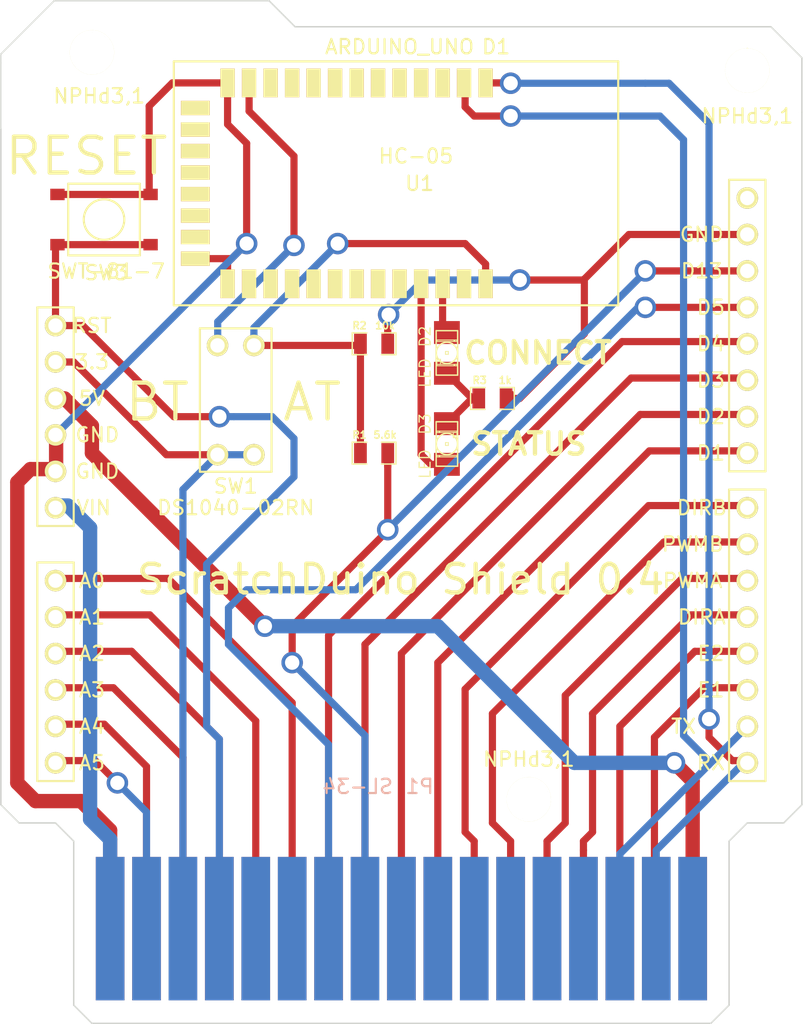
<source format=kicad_pcb>
(kicad_pcb (version 3) (host pcbnew "(2013-may-18)-stable")

  (general
    (links 49)
    (no_connects 1)
    (area 118.555299 76.111899 174.905888 147.496001)
    (thickness 1.6)
    (drawings 30)
    (tracks 222)
    (zones 0)
    (modules 13)
    (nets 31)
  )

  (page A3)
  (layers
    (15 F.Cu signal)
    (0 B.Cu signal)
    (16 B.Adhes user hide)
    (17 F.Adhes user hide)
    (18 B.Paste user hide)
    (19 F.Paste user hide)
    (20 B.SilkS user)
    (21 F.SilkS user)
    (22 B.Mask user)
    (23 F.Mask user)
    (24 Dwgs.User user hide)
    (25 Cmts.User user hide)
    (26 Eco1.User user hide)
    (27 Eco2.User user hide)
    (28 Edge.Cuts user)
  )

  (setup
    (last_trace_width 0.5)
    (user_trace_width 1)
    (trace_clearance 0.254)
    (zone_clearance 0.508)
    (zone_45_only no)
    (trace_min 0.254)
    (segment_width 0.2)
    (edge_width 0.1)
    (via_size 1.5)
    (via_drill 1)
    (via_min_size 0.889)
    (via_min_drill 0.508)
    (uvia_size 0.508)
    (uvia_drill 0.127)
    (uvias_allowed no)
    (uvia_min_size 0.508)
    (uvia_min_drill 0.127)
    (pcb_text_width 0.3)
    (pcb_text_size 1.5 1.5)
    (mod_edge_width 0.15)
    (mod_text_size 1 1)
    (mod_text_width 0.15)
    (pad_size 1.5 1.5)
    (pad_drill 1)
    (pad_to_mask_clearance 0)
    (aux_axis_origin 0 0)
    (visible_elements FFFFFFBF)
    (pcbplotparams
      (layerselection 284983297)
      (usegerberextensions false)
      (excludeedgelayer true)
      (linewidth 0.150000)
      (plotframeref false)
      (viasonmask false)
      (mode 1)
      (useauxorigin false)
      (hpglpennumber 1)
      (hpglpenspeed 20)
      (hpglpendiameter 15)
      (hpglpenoverlay 2)
      (psnegative false)
      (psa4output false)
      (plotreference true)
      (plotvalue true)
      (plotothertext true)
      (plotinvisibletext false)
      (padsonsilk false)
      (subtractmaskfromsilk false)
      (outputformat 1)
      (mirror false)
      (drillshape 0)
      (scaleselection 1)
      (outputdirectory PCB/))
  )

  (net 0 "")
  (net 1 3.3)
  (net 2 AT)
  (net 3 ATDS)
  (net 4 GND)
  (net 5 N-000001)
  (net 6 N-0000010)
  (net 7 N-0000011)
  (net 8 N-0000012)
  (net 9 N-0000013)
  (net 10 N-0000014)
  (net 11 N-0000015)
  (net 12 N-0000016)
  (net 13 N-0000017)
  (net 14 N-0000018)
  (net 15 N-0000019)
  (net 16 N-000002)
  (net 17 N-0000020)
  (net 18 N-0000021)
  (net 19 N-0000022)
  (net 20 N-0000024)
  (net 21 N-0000026)
  (net 22 N-000003)
  (net 23 N-0000030)
  (net 24 N-000004)
  (net 25 N-000006)
  (net 26 N-000007)
  (net 27 N-000008)
  (net 28 N-000009)
  (net 29 RX)
  (net 30 TX)

  (net_class Default "Это класс цепей по умолчанию."
    (clearance 0.254)
    (trace_width 0.5)
    (via_dia 1.5)
    (via_drill 1)
    (uvia_dia 0.508)
    (uvia_drill 0.127)
    (add_net "")
    (add_net 3.3)
    (add_net AT)
    (add_net ATDS)
    (add_net GND)
    (add_net N-000001)
    (add_net N-0000010)
    (add_net N-0000011)
    (add_net N-0000012)
    (add_net N-0000013)
    (add_net N-0000014)
    (add_net N-0000015)
    (add_net N-0000016)
    (add_net N-0000017)
    (add_net N-0000018)
    (add_net N-0000019)
    (add_net N-000002)
    (add_net N-0000020)
    (add_net N-0000021)
    (add_net N-0000022)
    (add_net N-0000024)
    (add_net N-0000026)
    (add_net N-000003)
    (add_net N-0000030)
    (add_net N-000004)
    (add_net N-000006)
    (add_net N-000007)
    (add_net N-000008)
    (add_net N-000009)
    (add_net RX)
    (add_net TX)
  )

  (net_class ~ ""
    (clearance 0.254)
    (trace_width 1)
    (via_dia 1.5)
    (via_drill 1)
    (uvia_dia 0.508)
    (uvia_drill 0.127)
  )

  (module HC-05 (layer F.Cu) (tedit 55DED36B) (tstamp 55DB94A5)
    (at 130.683 80.391 270)
    (path /55D95B7B)
    (fp_text reference U1 (at 8.509 -17.145 360) (layer F.SilkS)
      (effects (font (size 1 1) (thickness 0.15)))
    )
    (fp_text value HC-05 (at 6.604 -16.891 360) (layer F.SilkS)
      (effects (font (size 1 1) (thickness 0.15)))
    )
    (fp_line (start 0 0) (end 17 0) (layer F.SilkS) (width 0.15))
    (fp_line (start 17 0) (end 17 -31) (layer F.SilkS) (width 0.15))
    (fp_line (start 0 -31) (end 17 -31) (layer F.SilkS) (width 0.15))
    (fp_line (start 0 -31) (end 0 0) (layer F.SilkS) (width 0.15))
    (pad 1 smd rect (at 1.5 -21.75 270) (size 2 1)
      (layers F.Cu F.Paste F.SilkS F.Mask)
      (net 29 RX)
      (zone_connect 1)
    )
    (pad 2 smd rect (at 1.5 -20.25 270) (size 2 1)
      (layers F.Cu F.Paste F.SilkS F.Mask)
      (net 30 TX)
    )
    (pad 3 smd rect (at 1.5 -18.75 270) (size 2 1)
      (layers F.Cu F.Paste F.SilkS F.Mask)
    )
    (pad 4 smd rect (at 1.5 -17.25 270) (size 2 1)
      (layers F.Cu F.Paste F.SilkS F.Mask)
    )
    (pad 5 smd rect (at 1.5 -15.75 270) (size 2 1)
      (layers F.Cu F.Paste F.SilkS F.Mask)
    )
    (pad 6 smd rect (at 1.5 -14.25 270) (size 2 1)
      (layers F.Cu F.Paste F.SilkS F.Mask)
    )
    (pad 7 smd rect (at 1.5 -12.75 270) (size 2 1)
      (layers F.Cu F.Paste F.SilkS F.Mask)
    )
    (pad 8 smd rect (at 1.5 -11.25 270) (size 2 1)
      (layers F.Cu F.Paste F.SilkS F.Mask)
    )
    (pad 9 smd rect (at 1.5 -9.75 270) (size 2 1)
      (layers F.Cu F.Paste F.SilkS F.Mask)
    )
    (pad 10 smd rect (at 1.5 -8.25 270) (size 2 1)
      (layers F.Cu F.Paste F.SilkS F.Mask)
    )
    (pad 11 smd rect (at 1.5 -6.75 270) (size 2 1)
      (layers F.Cu F.Paste F.SilkS F.Mask)
    )
    (pad 12 smd rect (at 1.5 -5.25 270) (size 2 1)
      (layers F.Cu F.Paste F.SilkS F.Mask)
      (net 21 N-0000026)
    )
    (pad 13 smd rect (at 1.5 -3.75 270) (size 2 1)
      (layers F.Cu F.Paste F.SilkS F.Mask)
      (net 4 GND)
      (clearance 0.25)
      (zone_connect 1)
      (thermal_width 0.25)
      (thermal_gap 0.25)
    )
    (pad 14 smd rect (at 3.25 -1.5) (size 2 1)
      (layers F.Cu F.Paste F.SilkS F.Mask)
    )
    (pad 15 smd rect (at 4.75 -1.5) (size 2 1)
      (layers F.Cu F.Paste F.SilkS F.Mask)
    )
    (pad 16 smd rect (at 6.25 -1.5) (size 2 1)
      (layers F.Cu F.Paste F.SilkS F.Mask)
    )
    (pad 17 smd rect (at 7.75 -1.5) (size 2 1)
      (layers F.Cu F.Paste F.SilkS F.Mask)
    )
    (pad 18 smd rect (at 9.25 -1.5) (size 2 1)
      (layers F.Cu F.Paste F.SilkS F.Mask)
    )
    (pad 19 smd rect (at 10.75 -1.5) (size 2 1)
      (layers F.Cu F.Paste F.SilkS F.Mask)
    )
    (pad 20 smd rect (at 12.25 -1.5) (size 2 1)
      (layers F.Cu F.Paste F.SilkS F.Mask)
    )
    (pad 21 smd rect (at 13.75 -1.5) (size 2 1)
      (layers F.Cu F.Paste F.SilkS F.Mask)
      (net 4 GND)
    )
    (pad 22 smd rect (at 15.5 -3.75 270) (size 2 1)
      (layers F.Cu F.Paste F.SilkS F.Mask)
      (net 4 GND)
    )
    (pad 23 smd rect (at 15.5 -5.25 270) (size 2 1)
      (layers F.Cu F.Paste F.SilkS F.Mask)
    )
    (pad 24 smd rect (at 15.5 -6.75 270) (size 2 1)
      (layers F.Cu F.Paste F.SilkS F.Mask)
    )
    (pad 25 smd rect (at 15.5 -8.25 270) (size 2 1)
      (layers F.Cu F.Paste F.SilkS F.Mask)
    )
    (pad 26 smd rect (at 15.5 -9.75 270) (size 2 1)
      (layers F.Cu F.Paste F.SilkS F.Mask)
    )
    (pad 27 smd rect (at 15.5 -11.25 270) (size 2 1)
      (layers F.Cu F.Paste F.SilkS F.Mask)
    )
    (pad 28 smd rect (at 15.5 -12.75 270) (size 2 1)
      (layers F.Cu F.Paste F.SilkS F.Mask)
    )
    (pad 29 smd rect (at 15.5 -14.25 270) (size 2 1)
      (layers F.Cu F.Paste F.SilkS F.Mask)
    )
    (pad 30 smd rect (at 15.5 -15.75 270) (size 2 1)
      (layers F.Cu F.Paste F.SilkS F.Mask)
    )
    (pad 31 smd rect (at 15.5 -17.25 270) (size 2 1)
      (layers F.Cu F.Paste F.SilkS F.Mask)
      (net 20 N-0000024)
    )
    (pad 32 smd rect (at 15.5 -18.75 270) (size 2 1)
      (layers F.Cu F.Paste F.SilkS F.Mask)
      (net 23 N-0000030)
    )
    (pad 33 smd rect (at 15.5 -20.25 270) (size 2 1)
      (layers F.Cu F.Paste F.SilkS F.Mask)
    )
    (pad 34 smd rect (at 15.5 -21.75 270) (size 2 1)
      (layers F.Cu F.Paste F.SilkS F.Mask)
      (net 3 ATDS)
    )
  )

  (module NPHd3,1 (layer F.Cu) (tedit 55DED345) (tstamp 55DE3364)
    (at 155.45 131.83)
    (fp_text reference NPHd3,1 (at 0 -2.794) (layer F.SilkS)
      (effects (font (size 1 1) (thickness 0.15)))
    )
    (fp_text value "" (at -4.447 2.155) (layer F.SilkS)
      (effects (font (size 1 1) (thickness 0.15)))
    )
    (pad "" np_thru_hole circle (at 0 0) (size 3.1 3.1) (drill 3.1)
      (layers *.Cu *.Mask F.SilkS)
    )
  )

  (module SMD0805 (layer F.Cu) (tedit 55DB87D6) (tstamp 55DB6807)
    (at 144.653 107.696)
    (path /55DB6511)
    (attr smd)
    (fp_text reference R1 (at -1.016 -1.27) (layer F.SilkS)
      (effects (font (size 0.50038 0.50038) (thickness 0.10922)))
    )
    (fp_text value 5.6k (at 0.762 -1.27) (layer F.SilkS)
      (effects (font (size 0.50038 0.50038) (thickness 0.10922)))
    )
    (fp_line (start -0.508 0.762) (end -1.524 0.762) (layer F.SilkS) (width 0.09906))
    (fp_line (start -1.524 0.762) (end -1.524 -0.762) (layer F.SilkS) (width 0.09906))
    (fp_line (start -1.524 -0.762) (end -0.508 -0.762) (layer F.SilkS) (width 0.09906))
    (fp_line (start 0.508 -0.762) (end 1.524 -0.762) (layer F.SilkS) (width 0.09906))
    (fp_line (start 1.524 -0.762) (end 1.524 0.762) (layer F.SilkS) (width 0.09906))
    (fp_line (start 1.524 0.762) (end 0.508 0.762) (layer F.SilkS) (width 0.09906))
    (pad 1 smd rect (at -0.9525 0) (size 0.889 1.397)
      (layers F.Cu F.Paste F.Mask)
      (net 3 ATDS)
    )
    (pad 2 smd rect (at 0.9525 0) (size 0.889 1.397)
      (layers F.Cu F.Paste F.Mask)
      (net 2 AT)
    )
    (model smd/chip_cms.wrl
      (at (xyz 0 0 0))
      (scale (xyz 0.1 0.1 0.1))
      (rotate (xyz 0 0 0))
    )
  )

  (module SMD0805 (layer F.Cu) (tedit 55DB87CA) (tstamp 55DB6716)
    (at 144.653 100.076)
    (path /55DB6545)
    (attr smd)
    (fp_text reference R2 (at -1.016 -1.27) (layer F.SilkS)
      (effects (font (size 0.50038 0.50038) (thickness 0.10922)))
    )
    (fp_text value 10k (at 0.762 -1.27) (layer F.SilkS)
      (effects (font (size 0.50038 0.50038) (thickness 0.10922)))
    )
    (fp_line (start -0.508 0.762) (end -1.524 0.762) (layer F.SilkS) (width 0.09906))
    (fp_line (start -1.524 0.762) (end -1.524 -0.762) (layer F.SilkS) (width 0.09906))
    (fp_line (start -1.524 -0.762) (end -0.508 -0.762) (layer F.SilkS) (width 0.09906))
    (fp_line (start 0.508 -0.762) (end 1.524 -0.762) (layer F.SilkS) (width 0.09906))
    (fp_line (start 1.524 -0.762) (end 1.524 0.762) (layer F.SilkS) (width 0.09906))
    (fp_line (start 1.524 0.762) (end 0.508 0.762) (layer F.SilkS) (width 0.09906))
    (pad 1 smd rect (at -0.9525 0) (size 0.889 1.397)
      (layers F.Cu F.Paste F.Mask)
      (net 3 ATDS)
    )
    (pad 2 smd rect (at 0.9525 0) (size 0.889 1.397)
      (layers F.Cu F.Paste F.Mask)
      (net 4 GND)
    )
    (model smd/chip_cms.wrl
      (at (xyz 0 0 0))
      (scale (xyz 0.1 0.1 0.1))
      (rotate (xyz 0 0 0))
    )
  )

  (module SMD0805 (layer F.Cu) (tedit 55DB87EB) (tstamp 55DB8F47)
    (at 152.908 103.886)
    (path /55DB693C)
    (attr smd)
    (fp_text reference R3 (at -0.889 -1.27) (layer F.SilkS)
      (effects (font (size 0.50038 0.50038) (thickness 0.10922)))
    )
    (fp_text value 1k (at 0.889 -1.27) (layer F.SilkS)
      (effects (font (size 0.50038 0.50038) (thickness 0.10922)))
    )
    (fp_line (start -0.508 0.762) (end -1.524 0.762) (layer F.SilkS) (width 0.09906))
    (fp_line (start -1.524 0.762) (end -1.524 -0.762) (layer F.SilkS) (width 0.09906))
    (fp_line (start -1.524 -0.762) (end -0.508 -0.762) (layer F.SilkS) (width 0.09906))
    (fp_line (start 0.508 -0.762) (end 1.524 -0.762) (layer F.SilkS) (width 0.09906))
    (fp_line (start 1.524 -0.762) (end 1.524 0.762) (layer F.SilkS) (width 0.09906))
    (fp_line (start 1.524 0.762) (end 0.508 0.762) (layer F.SilkS) (width 0.09906))
    (pad 1 smd rect (at -0.9525 0) (size 0.889 1.397)
      (layers F.Cu F.Paste F.Mask)
      (net 19 N-0000022)
    )
    (pad 2 smd rect (at 0.9525 0) (size 0.889 1.397)
      (layers F.Cu F.Paste F.Mask)
      (net 4 GND)
    )
    (model smd/chip_cms.wrl
      (at (xyz 0 0 0))
      (scale (xyz 0.1 0.1 0.1))
      (rotate (xyz 0 0 0))
    )
  )

  (module LED-1206 (layer F.Cu) (tedit 55DB87DE) (tstamp 55DB8A03)
    (at 149.733 100.711 270)
    (descr "LED 1206 smd package")
    (tags "LED1206 SMD")
    (path /55DB6856)
    (attr smd)
    (fp_text reference D2 (at -1.143 1.524 270) (layer F.SilkS)
      (effects (font (size 0.762 0.762) (thickness 0.0889)))
    )
    (fp_text value LED (at 1.397 1.524 270) (layer F.SilkS)
      (effects (font (size 0.762 0.762) (thickness 0.0889)))
    )
    (fp_line (start -0.09906 0.09906) (end 0.09906 0.09906) (layer F.SilkS) (width 0.06604))
    (fp_line (start 0.09906 0.09906) (end 0.09906 -0.09906) (layer F.SilkS) (width 0.06604))
    (fp_line (start -0.09906 -0.09906) (end 0.09906 -0.09906) (layer F.SilkS) (width 0.06604))
    (fp_line (start -0.09906 0.09906) (end -0.09906 -0.09906) (layer F.SilkS) (width 0.06604))
    (fp_line (start 0.44958 0.6985) (end 0.79756 0.6985) (layer F.SilkS) (width 0.06604))
    (fp_line (start 0.79756 0.6985) (end 0.79756 0.44958) (layer F.SilkS) (width 0.06604))
    (fp_line (start 0.44958 0.44958) (end 0.79756 0.44958) (layer F.SilkS) (width 0.06604))
    (fp_line (start 0.44958 0.6985) (end 0.44958 0.44958) (layer F.SilkS) (width 0.06604))
    (fp_line (start 0.79756 0.6985) (end 0.89916 0.6985) (layer F.SilkS) (width 0.06604))
    (fp_line (start 0.89916 0.6985) (end 0.89916 -0.49784) (layer F.SilkS) (width 0.06604))
    (fp_line (start 0.79756 -0.49784) (end 0.89916 -0.49784) (layer F.SilkS) (width 0.06604))
    (fp_line (start 0.79756 0.6985) (end 0.79756 -0.49784) (layer F.SilkS) (width 0.06604))
    (fp_line (start 0.79756 -0.54864) (end 0.89916 -0.54864) (layer F.SilkS) (width 0.06604))
    (fp_line (start 0.89916 -0.54864) (end 0.89916 -0.6985) (layer F.SilkS) (width 0.06604))
    (fp_line (start 0.79756 -0.6985) (end 0.89916 -0.6985) (layer F.SilkS) (width 0.06604))
    (fp_line (start 0.79756 -0.54864) (end 0.79756 -0.6985) (layer F.SilkS) (width 0.06604))
    (fp_line (start -0.89916 0.6985) (end -0.79756 0.6985) (layer F.SilkS) (width 0.06604))
    (fp_line (start -0.79756 0.6985) (end -0.79756 -0.49784) (layer F.SilkS) (width 0.06604))
    (fp_line (start -0.89916 -0.49784) (end -0.79756 -0.49784) (layer F.SilkS) (width 0.06604))
    (fp_line (start -0.89916 0.6985) (end -0.89916 -0.49784) (layer F.SilkS) (width 0.06604))
    (fp_line (start -0.89916 -0.54864) (end -0.79756 -0.54864) (layer F.SilkS) (width 0.06604))
    (fp_line (start -0.79756 -0.54864) (end -0.79756 -0.6985) (layer F.SilkS) (width 0.06604))
    (fp_line (start -0.89916 -0.6985) (end -0.79756 -0.6985) (layer F.SilkS) (width 0.06604))
    (fp_line (start -0.89916 -0.54864) (end -0.89916 -0.6985) (layer F.SilkS) (width 0.06604))
    (fp_line (start 0.44958 0.6985) (end 0.59944 0.6985) (layer F.SilkS) (width 0.06604))
    (fp_line (start 0.59944 0.6985) (end 0.59944 0.44958) (layer F.SilkS) (width 0.06604))
    (fp_line (start 0.44958 0.44958) (end 0.59944 0.44958) (layer F.SilkS) (width 0.06604))
    (fp_line (start 0.44958 0.6985) (end 0.44958 0.44958) (layer F.SilkS) (width 0.06604))
    (fp_line (start 1.5494 0.7493) (end -1.5494 0.7493) (layer F.SilkS) (width 0.1016))
    (fp_line (start -1.5494 0.7493) (end -1.5494 -0.7493) (layer F.SilkS) (width 0.1016))
    (fp_line (start -1.5494 -0.7493) (end 1.5494 -0.7493) (layer F.SilkS) (width 0.1016))
    (fp_line (start 1.5494 -0.7493) (end 1.5494 0.7493) (layer F.SilkS) (width 0.1016))
    (fp_arc (start 0 0) (end 0.54864 0.49784) (angle 95.4) (layer F.SilkS) (width 0.1016))
    (fp_arc (start 0 0) (end -0.54864 0.49784) (angle 84.5) (layer F.SilkS) (width 0.1016))
    (fp_arc (start 0 0) (end -0.54864 -0.49784) (angle 95.4) (layer F.SilkS) (width 0.1016))
    (fp_arc (start 0 0) (end 0.54864 -0.49784) (angle 84.5) (layer F.SilkS) (width 0.1016))
    (pad 1 smd rect (at -1.41986 0 270) (size 1.59766 1.80086)
      (layers F.Cu F.Paste F.Mask)
      (net 23 N-0000030)
    )
    (pad 2 smd rect (at 1.41986 0 270) (size 1.59766 1.80086)
      (layers F.Cu F.Paste F.Mask)
      (net 19 N-0000022)
    )
  )

  (module LED-1206 (layer F.Cu) (tedit 55DB87E5) (tstamp 55DB89D8)
    (at 149.733 107.061 90)
    (descr "LED 1206 smd package")
    (tags "LED1206 SMD")
    (path /55DB6865)
    (attr smd)
    (fp_text reference D3 (at 1.397 -1.524 90) (layer F.SilkS)
      (effects (font (size 0.762 0.762) (thickness 0.0889)))
    )
    (fp_text value LED (at -1.397 -1.524 90) (layer F.SilkS)
      (effects (font (size 0.762 0.762) (thickness 0.0889)))
    )
    (fp_line (start -0.09906 0.09906) (end 0.09906 0.09906) (layer F.SilkS) (width 0.06604))
    (fp_line (start 0.09906 0.09906) (end 0.09906 -0.09906) (layer F.SilkS) (width 0.06604))
    (fp_line (start -0.09906 -0.09906) (end 0.09906 -0.09906) (layer F.SilkS) (width 0.06604))
    (fp_line (start -0.09906 0.09906) (end -0.09906 -0.09906) (layer F.SilkS) (width 0.06604))
    (fp_line (start 0.44958 0.6985) (end 0.79756 0.6985) (layer F.SilkS) (width 0.06604))
    (fp_line (start 0.79756 0.6985) (end 0.79756 0.44958) (layer F.SilkS) (width 0.06604))
    (fp_line (start 0.44958 0.44958) (end 0.79756 0.44958) (layer F.SilkS) (width 0.06604))
    (fp_line (start 0.44958 0.6985) (end 0.44958 0.44958) (layer F.SilkS) (width 0.06604))
    (fp_line (start 0.79756 0.6985) (end 0.89916 0.6985) (layer F.SilkS) (width 0.06604))
    (fp_line (start 0.89916 0.6985) (end 0.89916 -0.49784) (layer F.SilkS) (width 0.06604))
    (fp_line (start 0.79756 -0.49784) (end 0.89916 -0.49784) (layer F.SilkS) (width 0.06604))
    (fp_line (start 0.79756 0.6985) (end 0.79756 -0.49784) (layer F.SilkS) (width 0.06604))
    (fp_line (start 0.79756 -0.54864) (end 0.89916 -0.54864) (layer F.SilkS) (width 0.06604))
    (fp_line (start 0.89916 -0.54864) (end 0.89916 -0.6985) (layer F.SilkS) (width 0.06604))
    (fp_line (start 0.79756 -0.6985) (end 0.89916 -0.6985) (layer F.SilkS) (width 0.06604))
    (fp_line (start 0.79756 -0.54864) (end 0.79756 -0.6985) (layer F.SilkS) (width 0.06604))
    (fp_line (start -0.89916 0.6985) (end -0.79756 0.6985) (layer F.SilkS) (width 0.06604))
    (fp_line (start -0.79756 0.6985) (end -0.79756 -0.49784) (layer F.SilkS) (width 0.06604))
    (fp_line (start -0.89916 -0.49784) (end -0.79756 -0.49784) (layer F.SilkS) (width 0.06604))
    (fp_line (start -0.89916 0.6985) (end -0.89916 -0.49784) (layer F.SilkS) (width 0.06604))
    (fp_line (start -0.89916 -0.54864) (end -0.79756 -0.54864) (layer F.SilkS) (width 0.06604))
    (fp_line (start -0.79756 -0.54864) (end -0.79756 -0.6985) (layer F.SilkS) (width 0.06604))
    (fp_line (start -0.89916 -0.6985) (end -0.79756 -0.6985) (layer F.SilkS) (width 0.06604))
    (fp_line (start -0.89916 -0.54864) (end -0.89916 -0.6985) (layer F.SilkS) (width 0.06604))
    (fp_line (start 0.44958 0.6985) (end 0.59944 0.6985) (layer F.SilkS) (width 0.06604))
    (fp_line (start 0.59944 0.6985) (end 0.59944 0.44958) (layer F.SilkS) (width 0.06604))
    (fp_line (start 0.44958 0.44958) (end 0.59944 0.44958) (layer F.SilkS) (width 0.06604))
    (fp_line (start 0.44958 0.6985) (end 0.44958 0.44958) (layer F.SilkS) (width 0.06604))
    (fp_line (start 1.5494 0.7493) (end -1.5494 0.7493) (layer F.SilkS) (width 0.1016))
    (fp_line (start -1.5494 0.7493) (end -1.5494 -0.7493) (layer F.SilkS) (width 0.1016))
    (fp_line (start -1.5494 -0.7493) (end 1.5494 -0.7493) (layer F.SilkS) (width 0.1016))
    (fp_line (start 1.5494 -0.7493) (end 1.5494 0.7493) (layer F.SilkS) (width 0.1016))
    (fp_arc (start 0 0) (end 0.54864 0.49784) (angle 95.4) (layer F.SilkS) (width 0.1016))
    (fp_arc (start 0 0) (end -0.54864 0.49784) (angle 84.5) (layer F.SilkS) (width 0.1016))
    (fp_arc (start 0 0) (end -0.54864 -0.49784) (angle 95.4) (layer F.SilkS) (width 0.1016))
    (fp_arc (start 0 0) (end 0.54864 -0.49784) (angle 84.5) (layer F.SilkS) (width 0.1016))
    (pad 1 smd rect (at -1.41986 0 90) (size 1.59766 1.80086)
      (layers F.Cu F.Paste F.Mask)
      (net 20 N-0000024)
    )
    (pad 2 smd rect (at 1.41986 0 90) (size 1.59766 1.80086)
      (layers F.Cu F.Paste F.Mask)
      (net 19 N-0000022)
    )
  )

  (module ARDUINO_SHIELD (layer F.Cu) (tedit 55DED366) (tstamp 55DE1FFD)
    (at 137.668 86.106 180)
    (path /55D95B0D)
    (fp_text reference D1 (at -15.494 6.731 180) (layer F.SilkS)
      (effects (font (size 1 1) (thickness 0.15)))
    )
    (fp_text value ARDUINO_UNO (at -8.763 6.731 180) (layer F.SilkS)
      (effects (font (size 1 1) (thickness 0.15)))
    )
    (fp_text user GND (at -29.845 -6.35 180) (layer F.SilkS)
      (effects (font (size 1 1) (thickness 0.15)))
    )
    (fp_text user D13 (at -29.845 -8.89 180) (layer F.SilkS)
      (effects (font (size 1 1) (thickness 0.15)))
    )
    (fp_text user D5 (at -30.48 -11.43 180) (layer F.SilkS)
      (effects (font (size 1 1) (thickness 0.15)))
    )
    (fp_text user D4 (at -30.48 -13.97 180) (layer F.SilkS)
      (effects (font (size 1 1) (thickness 0.15)))
    )
    (fp_text user D3 (at -30.48 -16.51 180) (layer F.SilkS)
      (effects (font (size 1 1) (thickness 0.15)))
    )
    (fp_text user D2 (at -30.48 -19.05 180) (layer F.SilkS)
      (effects (font (size 1 1) (thickness 0.15)))
    )
    (fp_text user D1 (at -30.48 -21.59 180) (layer F.SilkS)
      (effects (font (size 1 1) (thickness 0.15)))
    )
    (fp_text user E2 (at -30.48 -35.56 180) (layer F.SilkS)
      (effects (font (size 1 1) (thickness 0.15)))
    )
    (fp_text user E1 (at -30.48 -38.1 180) (layer F.SilkS)
      (effects (font (size 1 1) (thickness 0.15)))
    )
    (fp_text user DIRB (at -29.845 -25.4 180) (layer F.SilkS)
      (effects (font (size 1 1) (thickness 0.15)))
    )
    (fp_text user PWMB (at -29.21 -27.94 180) (layer F.SilkS)
      (effects (font (size 1 1) (thickness 0.15)))
    )
    (fp_text user PWMA (at -29.21 -30.48 180) (layer F.SilkS)
      (effects (font (size 1 1) (thickness 0.15)))
    )
    (fp_text user DIRA (at -29.845 -33.02 180) (layer F.SilkS)
      (effects (font (size 1 1) (thickness 0.15)))
    )
    (fp_text user TX (at -28.575 -40.64 180) (layer F.SilkS)
      (effects (font (size 1 1) (thickness 0.15)))
    )
    (fp_text user RX (at -30.48 -43.18 180) (layer F.SilkS)
      (effects (font (size 1 1) (thickness 0.15)))
    )
    (fp_text user RST (at 12.7 -12.7 180) (layer F.SilkS)
      (effects (font (size 1 1) (thickness 0.15)))
    )
    (fp_text user 3.3 (at 12.7 -15.24 180) (layer F.SilkS)
      (effects (font (size 1 1) (thickness 0.15)))
    )
    (fp_text user 5V (at 12.7 -17.78 180) (layer F.SilkS)
      (effects (font (size 1 1) (thickness 0.15)))
    )
    (fp_text user GND (at 12.319 -20.32 180) (layer F.SilkS)
      (effects (font (size 1 1) (thickness 0.15)))
    )
    (fp_text user GND (at 12.319 -22.86 180) (layer F.SilkS)
      (effects (font (size 1 1) (thickness 0.15)))
    )
    (fp_text user VIN (at 12.573 -25.4 180) (layer F.SilkS)
      (effects (font (size 1 1) (thickness 0.15)))
    )
    (fp_text user A0 (at 12.7 -30.48 180) (layer F.SilkS)
      (effects (font (size 1 1) (thickness 0.15)))
    )
    (fp_text user A1 (at 12.7 -33.02 180) (layer F.SilkS)
      (effects (font (size 1 1) (thickness 0.15)))
    )
    (fp_text user A2 (at 12.7 -35.56 180) (layer F.SilkS)
      (effects (font (size 1 1) (thickness 0.15)))
    )
    (fp_text user A3 (at 12.7 -38.1 180) (layer F.SilkS)
      (effects (font (size 1 1) (thickness 0.15)))
    )
    (fp_text user A4 (at 12.7 -40.64 180) (layer F.SilkS)
      (effects (font (size 1 1) (thickness 0.15)))
    )
    (fp_text user A5 (at 12.7 -43.18 180) (layer F.SilkS)
      (effects (font (size 1 1) (thickness 0.15)))
    )
    (fp_line (start -31.75 -22.86) (end -34.29 -22.86) (layer F.SilkS) (width 0.15))
    (fp_line (start -34.29 -22.86) (end -34.29 -2.54) (layer F.SilkS) (width 0.15))
    (fp_line (start -34.29 -2.54) (end -31.75 -2.54) (layer F.SilkS) (width 0.15))
    (fp_line (start -31.75 -2.54) (end -31.75 -22.86) (layer F.SilkS) (width 0.15))
    (fp_line (start -31.75 -44.45) (end -34.29 -44.45) (layer F.SilkS) (width 0.15))
    (fp_line (start -34.29 -44.45) (end -34.29 -24.13) (layer F.SilkS) (width 0.15))
    (fp_line (start -34.29 -24.13) (end -31.75 -24.13) (layer F.SilkS) (width 0.15))
    (fp_line (start -31.75 -24.13) (end -31.75 -44.45) (layer F.SilkS) (width 0.15))
    (fp_line (start 16.51 -26.67) (end 13.97 -26.67) (layer F.SilkS) (width 0.15))
    (fp_line (start 13.97 -26.67) (end 13.97 -11.43) (layer F.SilkS) (width 0.15))
    (fp_line (start 13.97 -11.43) (end 16.51 -11.43) (layer F.SilkS) (width 0.15))
    (fp_line (start 16.51 -11.43) (end 16.51 -26.67) (layer F.SilkS) (width 0.15))
    (fp_line (start 16.51 -44.45) (end 13.97 -44.45) (layer F.SilkS) (width 0.15))
    (fp_line (start 13.97 -44.45) (end 13.97 -29.21) (layer F.SilkS) (width 0.15))
    (fp_line (start 13.97 -29.21) (end 16.51 -29.21) (layer F.SilkS) (width 0.15))
    (fp_line (start 16.51 -29.21) (end 16.51 -44.45) (layer F.SilkS) (width 0.15))
    (pad 27 thru_hole circle (at 15.24 -15.24) (size 1.5 1.5) (drill 1)
      (layers *.Cu *.Mask F.SilkS)
      (net 1 3.3)
    )
    (pad 28 thru_hole circle (at 15.24 -12.7) (size 1.5 1.5) (drill 1)
      (layers *.Cu *.Mask F.SilkS)
      (net 16 N-000002)
    )
    (pad 24 thru_hole circle (at 15.24 -22.86) (size 1.5 1.5) (drill 1)
      (layers *.Cu *.Mask F.SilkS)
      (net 4 GND)
    )
    (pad 23 thru_hole circle (at 15.24 -25.4) (size 1.5 1.5) (drill 1)
      (layers *.Cu *.Mask F.SilkS)
      (net 27 N-000008)
    )
    (pad 25 thru_hole circle (at 15.24 -20.32) (size 1.5 1.5) (drill 1)
      (layers *.Cu *.Mask F.SilkS)
      (net 4 GND)
    )
    (pad 26 thru_hole circle (at 15.24 -17.78) (size 1.5 1.5) (drill 1)
      (layers *.Cu *.Mask F.SilkS)
      (net 26 N-000007)
    )
    (pad 20 thru_hole circle (at 15.24 -35.56) (size 1.5 1.5) (drill 1)
      (layers *.Cu *.Mask F.SilkS)
      (net 11 N-0000015)
    )
    (pad 19 thru_hole circle (at 15.24 -38.1) (size 1.5 1.5) (drill 1)
      (layers *.Cu *.Mask F.SilkS)
      (net 12 N-0000016)
    )
    (pad 17 thru_hole circle (at 15.24 -43.18) (size 1.5 1.5) (drill 1)
      (layers *.Cu *.Mask F.SilkS)
      (net 5 N-000001)
    )
    (pad 18 thru_hole circle (at 15.24 -40.64) (size 1.5 1.5) (drill 1)
      (layers *.Cu *.Mask F.SilkS)
      (net 13 N-0000017)
    )
    (pad 22 thru_hole circle (at 15.24 -30.48) (size 1.5 1.5) (drill 1)
      (layers *.Cu *.Mask F.SilkS)
      (net 9 N-0000013)
    )
    (pad 21 thru_hole circle (at 15.24 -33.02) (size 1.5 1.5) (drill 1)
      (layers *.Cu *.Mask F.SilkS)
      (net 28 N-000009)
    )
    (pad 8 thru_hole circle (at -33.02 -25.4) (size 1.5 1.5) (drill 1)
      (layers *.Cu *.Mask F.SilkS)
      (net 15 N-0000019)
    )
    (pad 7 thru_hole circle (at -33.02 -27.94) (size 1.5 1.5) (drill 1)
      (layers *.Cu *.Mask F.SilkS)
      (net 17 N-0000020)
    )
    (pad 5 thru_hole circle (at -33.02 -33.02) (size 1.5 1.5) (drill 1)
      (layers *.Cu *.Mask F.SilkS)
      (net 25 N-000006)
    )
    (pad 6 thru_hole circle (at -33.02 -30.48) (size 1.5 1.5) (drill 1)
      (layers *.Cu *.Mask F.SilkS)
      (net 18 N-0000021)
    )
    (pad 2 thru_hole circle (at -33.02 -40.64) (size 1.5 1.5) (drill 1)
      (layers *.Cu *.Mask F.SilkS)
      (net 30 TX)
    )
    (pad 1 thru_hole circle (at -33.02 -43.18) (size 1.5 1.5) (drill 1)
      (layers *.Cu *.Mask F.SilkS)
      (net 29 RX)
    )
    (pad 3 thru_hole circle (at -33.02 -38.1) (size 1.5 1.5) (drill 1)
      (layers *.Cu *.Mask F.SilkS)
      (net 22 N-000003)
    )
    (pad 4 thru_hole circle (at -33.02 -35.56) (size 1.5 1.5) (drill 1)
      (layers *.Cu *.Mask F.SilkS)
      (net 24 N-000004)
    )
    (pad 12 thru_hole circle (at -33.02 -13.97) (size 1.5 1.5) (drill 1)
      (layers *.Cu *.Mask F.SilkS)
      (net 10 N-0000014)
    )
    (pad 11 thru_hole circle (at -33.02 -16.51) (size 1.5 1.5) (drill 1)
      (layers *.Cu *.Mask F.SilkS)
      (net 6 N-0000010)
    )
    (pad 9 thru_hole circle (at -33.02 -21.59) (size 1.5 1.5) (drill 1)
      (layers *.Cu *.Mask F.SilkS)
      (net 8 N-0000012)
    )
    (pad 10 thru_hole circle (at -33.02 -19.05) (size 1.5 1.5) (drill 1)
      (layers *.Cu *.Mask F.SilkS)
      (net 7 N-0000011)
    )
    (pad 14 thru_hole circle (at -33.02 -8.89) (size 1.5 1.5) (drill 1)
      (layers *.Cu *.Mask F.SilkS)
      (net 2 AT)
    )
    (pad 13 thru_hole circle (at -33.02 -11.43) (size 1.5 1.5) (drill 1)
      (layers *.Cu *.Mask F.SilkS)
      (net 14 N-0000018)
    )
    (pad 15 thru_hole circle (at -33.02 -6.35) (size 1.5 1.5) (drill 1)
      (layers *.Cu *.Mask F.SilkS)
      (net 4 GND)
    )
    (pad 16 thru_hole circle (at -33.02 -3.81) (size 1.5 1.5) (drill 1)
      (layers *.Cu *.Mask F.SilkS)
    )
  )

  (module SL-34_CARTRIDGE (layer B.Cu) (tedit 55DC1937) (tstamp 55DA6515)
    (at 148.336 140.842)
    (path /55D95B33)
    (fp_text reference P1 (at -0.508 -9.906) (layer B.SilkS)
      (effects (font (size 1 1) (thickness 0.15)) (justify mirror))
    )
    (fp_text value SL-34 (at -4.826 -9.906) (layer B.SilkS)
      (effects (font (size 1 1) (thickness 0.15)) (justify mirror))
    )
    (pad 1 smd rect (at -22.098 0) (size 2 10)
      (layers F.Cu F.Mask)
      (net 4 GND)
    )
    (pad 2 smd rect (at -19.558 0) (size 2 10)
      (layers F.Cu F.Mask)
      (net 13 N-0000017)
    )
    (pad 3 smd rect (at -17.018 0) (size 2 10)
      (layers F.Cu F.Mask)
      (net 12 N-0000016)
    )
    (pad 4 smd rect (at -14.478 0) (size 2 10)
      (layers F.Cu F.Mask)
      (net 11 N-0000015)
    )
    (pad 5 smd rect (at -11.938 0) (size 2 10)
      (layers F.Cu F.Mask)
      (net 28 N-000009)
    )
    (pad 6 smd rect (at -9.398 0) (size 2 10)
      (layers F.Cu F.Mask)
      (net 9 N-0000013)
    )
    (pad 7 smd rect (at -6.858 0) (size 2 10)
      (layers F.Cu F.Mask)
      (net 10 N-0000014)
    )
    (pad 8 smd rect (at -4.318 0) (size 2 10)
      (layers F.Cu F.Mask)
      (net 6 N-0000010)
    )
    (pad 9 smd rect (at -1.778 0) (size 2 10)
      (layers F.Cu F.Mask)
      (net 7 N-0000011)
    )
    (pad 10 smd rect (at 0.762 0) (size 2 10)
      (layers F.Cu F.Mask)
      (net 8 N-0000012)
    )
    (pad 11 smd rect (at 3.302 0) (size 2 10)
      (layers F.Cu F.Mask)
      (net 15 N-0000019)
    )
    (pad 12 smd rect (at 5.842 0) (size 2 10)
      (layers F.Cu F.Mask)
      (net 17 N-0000020)
    )
    (pad 13 smd rect (at 8.382 0) (size 2 10)
      (layers F.Cu F.Mask)
      (net 18 N-0000021)
    )
    (pad 14 smd rect (at 10.922 0) (size 2 10)
      (layers F.Cu F.Mask)
      (net 25 N-000006)
    )
    (pad 15 smd rect (at 13.462 0) (size 2 10)
      (layers F.Cu F.Mask)
      (net 24 N-000004)
    )
    (pad 16 smd rect (at 16.002 0) (size 2 10)
      (layers F.Cu F.Mask)
      (net 22 N-000003)
    )
    (pad 17 smd rect (at 18.542 0) (size 2 10)
      (layers F.Cu F.Mask)
      (net 26 N-000007)
    )
    (pad 18 smd rect (at 18.542 0) (size 2 10)
      (layers B.Cu B.Mask)
    )
    (pad 19 smd rect (at 16.002 0) (size 2 10)
      (layers B.Cu B.Mask)
      (net 29 RX)
    )
    (pad 20 smd rect (at 13.462 0) (size 2 10)
      (layers B.Cu B.Mask)
      (net 30 TX)
    )
    (pad 21 smd rect (at 10.922 0) (size 2 10)
      (layers B.Cu B.Mask)
    )
    (pad 22 smd rect (at 8.382 0) (size 2 10)
      (layers B.Cu B.Mask)
    )
    (pad 23 smd rect (at 5.842 0) (size 2 10)
      (layers B.Cu B.Mask)
    )
    (pad 24 smd rect (at 3.302 0) (size 2 10)
      (layers B.Cu B.Mask)
    )
    (pad 25 smd rect (at 0.762 0) (size 2 10)
      (layers B.Cu B.Mask)
    )
    (pad 26 smd rect (at -1.778 0) (size 2 10)
      (layers B.Cu B.Mask)
    )
    (pad 27 smd rect (at -4.318 0) (size 2 10)
      (layers B.Cu B.Mask)
      (net 2 AT)
    )
    (pad 28 smd rect (at -6.858 0) (size 2 10)
      (layers B.Cu B.Mask)
      (net 14 N-0000018)
    )
    (pad 29 smd rect (at -9.398 0) (size 2 10)
      (layers B.Cu B.Mask)
    )
    (pad 30 smd rect (at -11.938 0) (size 2 10)
      (layers B.Cu B.Mask)
    )
    (pad 31 smd rect (at -14.478 0) (size 2 10)
      (layers B.Cu B.Mask)
      (net 16 N-000002)
    )
    (pad 32 smd rect (at -17.018 0) (size 2 10)
      (layers B.Cu B.Mask)
      (net 1 3.3)
    )
    (pad 33 smd rect (at -19.558 0) (size 2 10)
      (layers B.Cu B.Mask)
      (net 5 N-000001)
    )
    (pad 34 smd rect (at -22.098 0) (size 2 10)
      (layers B.Cu B.Mask)
      (net 27 N-000008)
    )
  )

  (module DS1040-02RN (layer F.Cu) (tedit 55DE1CB1) (tstamp 55DE1E73)
    (at 135 104)
    (path /55DE1D1F)
    (fp_text reference SW1 (at 0 6) (layer F.SilkS)
      (effects (font (size 1 1) (thickness 0.15)))
    )
    (fp_text value DS1040-02RN (at 0 7.5) (layer F.SilkS)
      (effects (font (size 1 1) (thickness 0.15)))
    )
    (fp_line (start -2.5 -5) (end 2.5 -5) (layer F.SilkS) (width 0.15))
    (fp_line (start 2.5 -5) (end 2.5 5) (layer F.SilkS) (width 0.15))
    (fp_line (start 2.5 5) (end -2.5 5) (layer F.SilkS) (width 0.15))
    (fp_line (start -2.5 5) (end -2.5 -5) (layer F.SilkS) (width 0.15))
    (pad 1 thru_hole circle (at -1.27 3.81) (size 1.5 1.5) (drill 1)
      (layers *.Cu *.Mask F.SilkS)
      (net 1 3.3)
    )
    (pad 2 thru_hole circle (at -1.27 -3.81) (size 1.5 1.5) (drill 1)
      (layers *.Cu *.Mask F.SilkS)
      (net 21 N-0000026)
    )
    (pad 3 thru_hole circle (at 1.27 3.81) (size 1.5 1.5) (drill 1)
      (layers *.Cu *.Mask F.SilkS)
      (net 1 3.3)
    )
    (pad 4 thru_hole circle (at 1.27 -3.81) (size 1.5 1.5) (drill 1)
      (layers *.Cu *.Mask F.SilkS)
      (net 3 ATDS)
    )
  )

  (module NPHd3,1 (layer F.Cu) (tedit 55DED37A) (tstamp 55DE3352)
    (at 170.69 81.03)
    (fp_text reference NPHd3,1 (at -0.002 3.171) (layer F.SilkS)
      (effects (font (size 1 1) (thickness 0.15)))
    )
    (fp_text value "" (at 3.808 2.409) (layer F.SilkS)
      (effects (font (size 1 1) (thickness 0.15)))
    )
    (pad "" np_thru_hole circle (at 0 0) (size 3.1 3.1) (drill 3.1)
      (layers *.Cu *.Mask F.SilkS)
    )
  )

  (module NPHd3,1 (layer F.Cu) (tedit 55DED377) (tstamp 55DE36D9)
    (at 124.97 79.76)
    (fp_text reference NPHd3,1 (at 0.506 3.044) (layer F.SilkS)
      (effects (font (size 1 1) (thickness 0.15)))
    )
    (fp_text value "" (at 0.254 2.794) (layer F.SilkS)
      (effects (font (size 1 1) (thickness 0.15)))
    )
    (pad "" np_thru_hole circle (at 0 0) (size 3.1 3.1) (drill 3.1)
      (layers *.Cu *.Mask F.SilkS)
    )
  )

  (module RSTBUTTON (layer F.Cu) (tedit 55DED3B8) (tstamp 55DC26CE)
    (at 123.063 89.916)
    (path /55DC1D14)
    (fp_text reference SW3 (at 2.921 5.207) (layer F.SilkS)
      (effects (font (size 1 1) (thickness 0.15)))
    )
    (fp_text value SWT-81-7 (at 2.9 5.1) (layer F.SilkS)
      (effects (font (size 1 1) (thickness 0.15)))
    )
    (fp_circle (center 2.75 1.5) (end 3.75 0.5) (layer F.SilkS) (width 0.15))
    (fp_line (start 0.25 4) (end 5.25 4) (layer F.SilkS) (width 0.15))
    (fp_line (start 5.25 4) (end 5.25 -1) (layer F.SilkS) (width 0.15))
    (fp_line (start 5.25 -1) (end 0.25 -1) (layer F.SilkS) (width 0.15))
    (fp_line (start 0.25 -1) (end 0.25 4) (layer F.SilkS) (width 0.15))
    (pad 2 smd rect (at 6 -0.25) (size 1 0.8)
      (layers F.Cu F.Paste F.Mask)
      (net 4 GND)
    )
    (pad 1 smd rect (at 6 3.25) (size 1 0.8)
      (layers F.Cu F.Paste F.Mask)
      (net 16 N-000002)
    )
    (pad 1 smd rect (at -0.5 3.25) (size 1 0.8)
      (layers F.Cu F.Paste F.Mask)
      (net 16 N-000002)
    )
    (pad 2 smd rect (at -0.5 -0.25) (size 1 0.8)
      (layers F.Cu F.Paste F.Mask)
      (net 4 GND)
    )
  )

  (gr_line (start 118.6053 79.8957) (end 118.6053 80.4926) (angle 90) (layer Edge.Cuts) (width 0.1))
  (gr_line (start 122.3391 76.1619) (end 118.6053 79.8957) (angle 90) (layer Edge.Cuts) (width 0.1))
  (gr_line (start 118.6053 85.09) (end 118.6053 80.4926) (angle 90) (layer Edge.Cuts) (width 0.1))
  (gr_line (start 137.3251 76.1619) (end 122.3391 76.1619) (angle 90) (layer Edge.Cuts) (width 0.1))
  (gr_line (start 139.1412 77.978) (end 137.3251 76.1619) (angle 90) (layer Edge.Cuts) (width 0.1))
  (gr_line (start 172.3263 77.978) (end 139.1412 77.978) (angle 90) (layer Edge.Cuts) (width 0.1))
  (gr_line (start 170.26 80.92) (end 170.26 80.94) (angle 90) (layer F.SilkS) (width 0.2))
  (gr_line (start 170.69 79.55) (end 170.71 79.55) (angle 90) (layer F.SilkS) (width 0.2))
  (gr_text "ScratchDuino Shield 0.4" (at 146.5 116.5) (layer F.SilkS)
    (effects (font (size 2 2) (thickness 0.3)))
  )
  (gr_line (start 118.618 132.207) (end 118.618 85.09) (angle 90) (layer Edge.Cuts) (width 0.1))
  (gr_line (start 174.498 80.137) (end 172.339 77.978) (angle 90) (layer Edge.Cuts) (width 0.1))
  (gr_line (start 174.498 83.947) (end 174.498 80.137) (angle 90) (layer Edge.Cuts) (width 0.1))
  (gr_text RESET (at 124.587 86.995) (layer F.SilkS)
    (effects (font (size 2.5 2.5) (thickness 0.3)))
  )
  (gr_text AT (at 140.335 104.14) (layer F.SilkS)
    (effects (font (size 2.5 2.5) (thickness 0.3)))
  )
  (gr_text BT (at 129.54 104.14) (layer F.SilkS)
    (effects (font (size 2.5 2.5) (thickness 0.3)))
  )
  (gr_text STATUS (at 155.448 107.061) (layer F.SilkS)
    (effects (font (size 1.5 1.5) (thickness 0.3)))
  )
  (gr_text CONNECT (at 156.083 100.711) (layer F.SilkS)
    (effects (font (size 1.5 1.5) (thickness 0.3)))
  )
  (gr_line (start 124.968 147.446) (end 168.148 147.446) (angle 90) (layer Edge.Cuts) (width 0.1))
  (gr_line (start 174.498 132.206) (end 174.498 83.946) (angle 90) (layer Edge.Cuts) (width 0.1))
  (gr_line (start 173.228 133.476) (end 174.498 132.206) (angle 90) (layer Edge.Cuts) (width 0.1))
  (gr_line (start 170.688 133.476) (end 173.228 133.476) (angle 90) (layer Edge.Cuts) (width 0.1))
  (gr_line (start 169.418 134.746) (end 170.688 133.476) (angle 90) (layer Edge.Cuts) (width 0.1))
  (gr_line (start 169.418 146.176) (end 169.418 134.746) (angle 90) (layer Edge.Cuts) (width 0.1))
  (gr_line (start 168.148 147.446) (end 169.418 146.176) (angle 90) (layer Edge.Cuts) (width 0.1))
  (gr_line (start 119.888 133.476) (end 118.618 132.206) (angle 90) (layer Edge.Cuts) (width 0.1))
  (gr_line (start 122.428 133.476) (end 119.888 133.476) (angle 90) (layer Edge.Cuts) (width 0.1))
  (gr_line (start 123.698 134.746) (end 122.428 133.476) (angle 90) (layer Edge.Cuts) (width 0.1))
  (gr_line (start 123.698 146.176) (end 123.698 134.746) (angle 90) (layer Edge.Cuts) (width 0.1))
  (gr_line (start 123.698 146.176) (end 124.968 147.446) (angle 90) (layer Edge.Cuts) (width 0.1))
  (gr_circle (center 132.461 107.187) (end 132.588 107.187) (layer F.Mask) (width 0.2))

  (segment (start 133.73 107.81) (end 136.27 107.81) (width 0.5) (layer B.Cu) (net 1))
  (segment (start 133.73 107.81) (end 130.162 107.81) (width 0.5) (layer F.Cu) (net 1))
  (segment (start 123.698 101.346) (end 130.048 107.696) (width 0.5) (layer F.Cu) (net 1) (tstamp 55DB90B9))
  (segment (start 123.698 101.346) (end 122.428 101.346) (width 0.5) (layer F.Cu) (net 1))
  (segment (start 130.162 107.81) (end 130.048 107.696) (width 0.5) (layer F.Cu) (net 1) (tstamp 55DE1EA5))
  (segment (start 131.318 110.236) (end 133.858 107.696) (width 0.5) (layer B.Cu) (net 1) (tstamp 55DB917A))
  (segment (start 131.318 140.842) (end 131.318 110.236) (width 0.5) (layer B.Cu) (net 1))
  (segment (start 163.576 94.996) (end 163.576 95.0595) (width 0.5) (layer B.Cu) (net 2))
  (via (at 145.6055 113.03) (size 1.5) (layers F.Cu B.Cu) (net 2))
  (via (at 163.576 94.996) (size 1.5) (layers F.Cu B.Cu) (net 2))
  (segment (start 170.688 94.996) (end 163.576 94.996) (width 0.5) (layer F.Cu) (net 2))
  (segment (start 163.576 95.0595) (end 145.6055 113.03) (width 0.5) (layer B.Cu) (net 2) (tstamp 55DC1471))
  (segment (start 145.6055 107.696) (end 145.6055 113.03) (width 0.5) (layer F.Cu) (net 2))
  (segment (start 145.6055 113.03) (end 145.6055 113.0935) (width 0.5) (layer F.Cu) (net 2) (tstamp 55DC141C))
  (segment (start 145.6055 113.0935) (end 138.938 119.761) (width 0.5) (layer F.Cu) (net 2) (tstamp 55DB91AB))
  (segment (start 145.6055 107.696) (end 145.6055 108.6485) (width 0.5) (layer F.Cu) (net 2))
  (segment (start 138.938 119.761) (end 138.938 122.301) (width 0.5) (layer F.Cu) (net 2) (tstamp 55DB91AD))
  (via (at 138.938 122.301) (size 1.5) (layers F.Cu B.Cu) (net 2))
  (segment (start 144.018 127.381) (end 144.018 140.842) (width 0.5) (layer B.Cu) (net 2) (tstamp 55DB91B1))
  (segment (start 138.938 122.301) (end 144.018 127.381) (width 0.5) (layer B.Cu) (net 2) (tstamp 55DB91B0))
  (segment (start 136.27 100.19) (end 143.5865 100.19) (width 0.5) (layer F.Cu) (net 3))
  (segment (start 143.5865 100.19) (end 143.7005 100.076) (width 0.5) (layer F.Cu) (net 3) (tstamp 55DE1EBA))
  (segment (start 142.113 93.091) (end 142.113 93.1164) (width 0.5) (layer B.Cu) (net 3))
  (via (at 142.113 93.091) (size 1.5) (layers F.Cu B.Cu) (net 3))
  (segment (start 142.113 93.091) (end 151.003 93.091) (width 0.5) (layer F.Cu) (net 3))
  (segment (start 152.433 95.891) (end 152.433 94.521) (width 0.5) (layer F.Cu) (net 3) (tstamp 55DB9021))
  (segment (start 151.003 93.091) (end 152.433 94.521) (width 0.5) (layer F.Cu) (net 3) (tstamp 55DB9020))
  (segment (start 136.27 98.9594) (end 136.27 100.19) (width 0.5) (layer B.Cu) (net 3) (tstamp 55DE1EB2))
  (segment (start 142.113 93.1164) (end 136.27 98.9594) (width 0.5) (layer B.Cu) (net 3) (tstamp 55DE1EB1))
  (segment (start 143.7005 107.696) (end 143.7005 100.076) (width 0.5) (layer F.Cu) (net 3))
  (segment (start 122.563 89.666) (end 129.063 89.666) (width 0.5) (layer F.Cu) (net 4))
  (segment (start 129.063 89.666) (end 128.963 89.566) (width 0.5) (layer F.Cu) (net 4) (tstamp 55DE3CE4))
  (segment (start 128.963 89.566) (end 128.963 83.508) (width 0.5) (layer F.Cu) (net 4) (tstamp 55DE3CE5))
  (segment (start 130.58 81.891) (end 134.433 81.891) (width 0.5) (layer F.Cu) (net 4) (tstamp 55DC26E8))
  (segment (start 128.963 83.508) (end 130.58 81.891) (width 0.5) (layer F.Cu) (net 4) (tstamp 55DC26E7))
  (segment (start 134.433 95.891) (end 134.433 94.421) (width 0.5) (layer F.Cu) (net 4))
  (segment (start 134.433 94.421) (end 134.713 94.141) (width 0.5) (layer F.Cu) (net 4) (tstamp 55DC164C))
  (segment (start 132.183 94.141) (end 134.713 94.141) (width 0.5) (layer F.Cu) (net 4))
  (segment (start 134.713 94.141) (end 135.763 93.091) (width 0.5) (layer F.Cu) (net 4) (tstamp 55DC1648))
  (segment (start 135.128 85.471) (end 135.763 86.106) (width 0.5) (layer F.Cu) (net 4))
  (segment (start 135.763 86.106) (end 135.763 93.091) (width 0.5) (layer F.Cu) (net 4) (tstamp 55DC163A))
  (segment (start 134.433 81.891) (end 134.433 84.776) (width 0.5) (layer F.Cu) (net 4) (tstamp 55DB9083))
  (segment (start 135.128 85.471) (end 134.433 84.776) (width 0.5) (layer F.Cu) (net 4) (tstamp 55DB9082))
  (via (at 135.763 93.091) (size 1.5) (layers F.Cu B.Cu) (net 4))
  (segment (start 135.763 93.091) (end 122.428 106.426) (width 0.5) (layer B.Cu) (net 4))
  (segment (start 154.813 95.631) (end 148.082 95.631) (width 0.5) (layer B.Cu) (net 4))
  (via (at 154.813 95.631) (size 1.5) (layers F.Cu B.Cu) (net 4))
  (segment (start 159.3215 95.5675) (end 159.258 95.631) (width 0.5) (layer F.Cu) (net 4) (tstamp 55DC1400))
  (segment (start 159.258 95.631) (end 154.813 95.631) (width 0.5) (layer F.Cu) (net 4) (tstamp 55DB914D))
  (segment (start 145.6055 98.1075) (end 145.6055 100.076) (width 0.5) (layer F.Cu) (net 4) (tstamp 55DC1522))
  (segment (start 145.669 98.044) (end 145.6055 98.1075) (width 0.5) (layer F.Cu) (net 4) (tstamp 55DC1521))
  (via (at 145.669 98.044) (size 1.5) (layers F.Cu B.Cu) (net 4))
  (segment (start 148.082 95.631) (end 145.669 98.044) (width 0.5) (layer B.Cu) (net 4) (tstamp 55DC1518))
  (segment (start 159.3215 95.5675) (end 159.3215 99.3775) (width 0.5) (layer F.Cu) (net 4))
  (segment (start 154.813 103.886) (end 153.8605 103.886) (width 0.5) (layer F.Cu) (net 4))
  (segment (start 159.3215 99.3775) (end 154.813 103.886) (width 0.5) (layer F.Cu) (net 4) (tstamp 55DC1402))
  (segment (start 154.178 103.5685) (end 153.8605 103.886) (width 0.5) (layer F.Cu) (net 4) (tstamp 55DB9152))
  (segment (start 170.688 92.456) (end 162.433 92.456) (width 0.5) (layer F.Cu) (net 4))
  (segment (start 162.433 92.456) (end 161.163 93.726) (width 0.5) (layer F.Cu) (net 4) (tstamp 55DB914B))
  (segment (start 161.163 93.726) (end 159.3215 95.5675) (width 0.5) (layer F.Cu) (net 4) (tstamp 55DB91F4))
  (segment (start 122.471 108.812) (end 122.471 106.272) (width 1) (layer F.Cu) (net 4))
  (segment (start 122.471 108.812) (end 120.676 108.812) (width 1) (layer F.Cu) (net 4))
  (segment (start 120.676 108.812) (end 119.761 109.727) (width 1) (layer F.Cu) (net 4) (tstamp 55DA83B7))
  (segment (start 119.761 109.727) (end 119.761 130.682) (width 1) (layer F.Cu) (net 4) (tstamp 55DA83BA))
  (segment (start 119.761 130.682) (end 121.031 131.952) (width 1) (layer F.Cu) (net 4) (tstamp 55DA83BE))
  (segment (start 121.031 131.952) (end 124.206 131.952) (width 1) (layer F.Cu) (net 4) (tstamp 55DA83C0))
  (segment (start 126.238 133.984) (end 126.238 140.842) (width 1) (layer F.Cu) (net 4) (tstamp 55DA83C7))
  (segment (start 124.206 131.952) (end 126.238 133.984) (width 1) (layer F.Cu) (net 4) (tstamp 55DA83C3))
  (segment (start 128.778 132.714) (end 128.778 140.842) (width 0.5) (layer B.Cu) (net 5) (tstamp 55DA729E))
  (segment (start 126.746 130.682) (end 128.778 132.714) (width 0.5) (layer B.Cu) (net 5) (tstamp 55DA729D))
  (via (at 126.746 130.682) (size 1.5) (layers F.Cu B.Cu) (net 5))
  (segment (start 125.196 129.132) (end 126.746 130.682) (width 0.5) (layer F.Cu) (net 5) (tstamp 55DA729B))
  (segment (start 122.471 129.132) (end 125.196 129.132) (width 0.5) (layer F.Cu) (net 5))
  (segment (start 144.018 121.03) (end 144.018 140.842) (width 0.5) (layer F.Cu) (net 6) (tstamp 55DA7268))
  (segment (start 162.586 102.462) (end 144.018 121.03) (width 0.5) (layer F.Cu) (net 6) (tstamp 55DA7266))
  (segment (start 170.731 102.462) (end 162.586 102.462) (width 0.5) (layer F.Cu) (net 6))
  (segment (start 146.558 121.665) (end 146.558 140.842) (width 0.5) (layer F.Cu) (net 7) (tstamp 55DA7262))
  (segment (start 163.221 105.002) (end 146.558 121.665) (width 0.5) (layer F.Cu) (net 7) (tstamp 55DA7260))
  (segment (start 170.731 105.002) (end 163.221 105.002) (width 0.5) (layer F.Cu) (net 7))
  (segment (start 170.731 107.542) (end 163.856 107.542) (width 0.5) (layer F.Cu) (net 8))
  (segment (start 149.098 122.3) (end 149.098 140.842) (width 0.5) (layer F.Cu) (net 8) (tstamp 55DA725C))
  (segment (start 163.856 107.542) (end 149.098 122.3) (width 0.5) (layer F.Cu) (net 8) (tstamp 55DA725A))
  (segment (start 122.471 116.432) (end 130.276 116.432) (width 0.5) (layer F.Cu) (net 9))
  (segment (start 138.938 125.094) (end 138.938 140.842) (width 0.5) (layer F.Cu) (net 9) (tstamp 55DA721C))
  (segment (start 130.276 116.432) (end 138.938 125.094) (width 0.5) (layer F.Cu) (net 9) (tstamp 55DA721A))
  (segment (start 170.731 99.922) (end 161.951 99.922) (width 0.5) (layer F.Cu) (net 10))
  (segment (start 161.951 99.922) (end 141.605 120.268) (width 0.5) (layer F.Cu) (net 10) (tstamp 55DA7D06))
  (segment (start 141.605 120.268) (end 141.478 120.395) (width 0.5) (layer F.Cu) (net 10) (tstamp 55DAF4FE))
  (segment (start 141.478 120.395) (end 141.478 140.842) (width 0.5) (layer F.Cu) (net 10) (tstamp 55DA7D08))
  (segment (start 122.471 121.512) (end 127.736 121.512) (width 0.5) (layer F.Cu) (net 11))
  (segment (start 127.736 121.512) (end 133.858 127.634) (width 0.5) (layer F.Cu) (net 11) (tstamp 55DA720E))
  (segment (start 133.858 127.634) (end 133.858 140.842) (width 0.5) (layer F.Cu) (net 11) (tstamp 55DA7210))
  (segment (start 131.318 128.904) (end 131.318 140.842) (width 0.5) (layer F.Cu) (net 12) (tstamp 55DA720A))
  (segment (start 126.466 124.052) (end 131.318 128.904) (width 0.5) (layer F.Cu) (net 12) (tstamp 55DA7208))
  (segment (start 122.471 124.052) (end 126.466 124.052) (width 0.5) (layer F.Cu) (net 12))
  (segment (start 122.471 126.592) (end 125.831 126.592) (width 0.5) (layer F.Cu) (net 13))
  (segment (start 125.831 126.592) (end 128.778 129.539) (width 0.5) (layer F.Cu) (net 13) (tstamp 55DA7202))
  (segment (start 128.778 129.539) (end 128.778 140.842) (width 0.5) (layer F.Cu) (net 13) (tstamp 55DA7204))
  (segment (start 143.383 117.221) (end 135.763 117.221) (width 0.5) (layer B.Cu) (net 14) (tstamp 55DB91DF))
  (segment (start 135.763 117.221) (end 134.493 118.491) (width 0.5) (layer B.Cu) (net 14) (tstamp 55DB91E1))
  (segment (start 136.398 122.936) (end 134.493 121.031) (width 0.5) (layer B.Cu) (net 14))
  (segment (start 136.398 122.936) (end 141.478 128.016) (width 0.5) (layer B.Cu) (net 14) (tstamp 55DB9197))
  (segment (start 141.478 140.842) (end 141.478 128.016) (width 0.5) (layer B.Cu) (net 14) (tstamp 55DB9199))
  (segment (start 134.493 121.031) (end 134.493 118.491) (width 0.5) (layer B.Cu) (net 14) (tstamp 55DB91BE))
  (segment (start 148.463 112.141) (end 143.383 117.221) (width 0.5) (layer B.Cu) (net 14))
  (segment (start 141.351 140.715) (end 141.478 140.842) (width 0.5) (layer B.Cu) (net 14) (tstamp 55DA8997))
  (segment (start 163.068 97.536) (end 163.576 97.536) (width 0.5) (layer B.Cu) (net 14))
  (segment (start 163.068 97.536) (end 148.463 112.141) (width 0.5) (layer B.Cu) (net 14) (tstamp 55DB9112))
  (segment (start 163.576 97.536) (end 170.688 97.536) (width 0.5) (layer F.Cu) (net 14) (tstamp 55DC1490))
  (via (at 163.576 97.536) (size 1.5) (layers F.Cu B.Cu) (net 14))
  (segment (start 151.638 134.746) (end 151.638 140.842) (width 0.5) (layer F.Cu) (net 15) (tstamp 55DAF230))
  (segment (start 151.003 134.111) (end 151.638 134.746) (width 0.5) (layer F.Cu) (net 15) (tstamp 55DAF22F))
  (segment (start 151.003 124.153) (end 151.003 134.111) (width 0.5) (layer F.Cu) (net 15) (tstamp 55DAF22D))
  (segment (start 170.731 111.352) (end 163.804 111.352) (width 0.5) (layer F.Cu) (net 15))
  (segment (start 163.804 111.352) (end 151.003 124.153) (width 0.5) (layer F.Cu) (net 15) (tstamp 55DAF22C))
  (segment (start 122.563 93.166) (end 129.063 93.166) (width 0.5) (layer F.Cu) (net 16))
  (segment (start 139.065 106.68) (end 139.065 109.347) (width 0.5) (layer B.Cu) (net 16))
  (segment (start 132.969 126.746) (end 133.858 127.635) (width 0.5) (layer B.Cu) (net 16) (tstamp 55DC136B))
  (segment (start 133.858 140.842) (end 133.858 127.635) (width 0.5) (layer B.Cu) (net 16) (tstamp 55DC1375))
  (segment (start 134.874 105.156) (end 137.541 105.156) (width 0.5) (layer B.Cu) (net 16))
  (segment (start 130.683 105.156) (end 133.858 105.156) (width 0.5) (layer F.Cu) (net 16))
  (segment (start 124.333 98.806) (end 130.683 105.156) (width 0.5) (layer F.Cu) (net 16) (tstamp 55DB91C4))
  (segment (start 124.333 98.806) (end 122.428 98.806) (width 0.5) (layer F.Cu) (net 16))
  (via (at 133.858 105.156) (size 1.5) (layers F.Cu B.Cu) (net 16))
  (segment (start 133.858 105.156) (end 134.874 105.156) (width 0.5) (layer B.Cu) (net 16) (tstamp 55DC1331))
  (segment (start 137.541 105.156) (end 139.065 106.68) (width 0.5) (layer B.Cu) (net 16) (tstamp 55DE2008))
  (segment (start 132.969 115.443) (end 132.969 126.746) (width 0.5) (layer B.Cu) (net 16) (tstamp 55DE2015))
  (segment (start 139.065 109.347) (end 132.969 115.443) (width 0.5) (layer B.Cu) (net 16) (tstamp 55DE2013))
  (segment (start 122.428 98.806) (end 122.428 93.151) (width 0.5) (layer F.Cu) (net 16))
  (segment (start 154.178 134.746) (end 154.178 140.842) (width 0.5) (layer F.Cu) (net 17) (tstamp 55DAF238))
  (segment (start 152.908 133.476) (end 154.178 134.746) (width 0.5) (layer F.Cu) (net 17) (tstamp 55DAF237))
  (segment (start 152.908 125.856) (end 152.908 133.476) (width 0.5) (layer F.Cu) (net 17) (tstamp 55DAF235))
  (segment (start 170.731 113.892) (end 164.872 113.892) (width 0.5) (layer F.Cu) (net 17))
  (segment (start 164.872 113.892) (end 152.908 125.856) (width 0.5) (layer F.Cu) (net 17) (tstamp 55DAF233))
  (segment (start 156.718 134.746) (end 156.718 140.842) (width 0.5) (layer F.Cu) (net 18) (tstamp 55DAF240))
  (segment (start 157.988 133.476) (end 156.718 134.746) (width 0.5) (layer F.Cu) (net 18) (tstamp 55DAF23F))
  (segment (start 157.988 124.586) (end 157.988 133.476) (width 0.5) (layer F.Cu) (net 18) (tstamp 55DAF23D))
  (segment (start 166.142 116.432) (end 157.988 124.586) (width 0.5) (layer F.Cu) (net 18) (tstamp 55DAF23B))
  (segment (start 170.731 116.432) (end 166.142 116.432) (width 0.5) (layer F.Cu) (net 18))
  (segment (start 151.9555 103.886) (end 151.48814 103.886) (width 0.5) (layer F.Cu) (net 19))
  (segment (start 151.48814 103.886) (end 149.733 105.64114) (width 0.5) (layer F.Cu) (net 19) (tstamp 55DB9017))
  (segment (start 151.48814 103.886) (end 149.733 102.13086) (width 0.5) (layer F.Cu) (net 19) (tstamp 55DB9014))
  (segment (start 147.933 95.891) (end 147.933 107.801) (width 0.5) (layer F.Cu) (net 20))
  (segment (start 148.61286 108.48086) (end 149.733 108.48086) (width 0.5) (layer F.Cu) (net 20) (tstamp 55DB8F2A))
  (segment (start 147.933 107.801) (end 148.61286 108.48086) (width 0.5) (layer F.Cu) (net 20) (tstamp 55DB8F29))
  (segment (start 139.065 93.218) (end 133.7437 98.5393) (width 0.5) (layer B.Cu) (net 21))
  (via (at 139.065 93.218) (size 1.5) (layers F.Cu B.Cu) (net 21))
  (segment (start 139.065 93.218) (end 139.065 86.995) (width 0.5) (layer F.Cu) (net 21) (tstamp 55DC161F))
  (segment (start 139.065 86.995) (end 137.668 85.598) (width 0.5) (layer F.Cu) (net 21) (tstamp 55DC1620))
  (segment (start 135.933 83.863) (end 137.668 85.598) (width 0.5) (layer F.Cu) (net 21))
  (segment (start 135.933 81.891) (end 135.933 83.863) (width 0.5) (layer F.Cu) (net 21))
  (segment (start 133.7437 100.1763) (end 133.73 100.19) (width 0.5) (layer B.Cu) (net 21) (tstamp 55DE1EAD))
  (segment (start 133.7437 98.5393) (end 133.7437 100.1763) (width 0.5) (layer B.Cu) (net 21) (tstamp 55DE1EAC))
  (segment (start 135.763 82.061) (end 135.933 81.891) (width 0.5) (layer F.Cu) (net 21) (tstamp 55DB907B))
  (segment (start 170.731 124.052) (end 167.666 124.052) (width 0.5) (layer F.Cu) (net 22))
  (segment (start 167.666 124.052) (end 164.211 127.507) (width 0.5) (layer F.Cu) (net 22) (tstamp 55DA8824))
  (segment (start 164.211 140.715) (end 164.338 140.842) (width 0.5) (layer F.Cu) (net 22) (tstamp 55DA882A))
  (segment (start 164.211 127.507) (end 164.211 140.715) (width 0.5) (layer F.Cu) (net 22) (tstamp 55DA8826))
  (segment (start 149.433 95.891) (end 149.433 98.99114) (width 0.5) (layer F.Cu) (net 23))
  (segment (start 149.433 98.99114) (end 149.733 99.29114) (width 0.5) (layer F.Cu) (net 23) (tstamp 55DB8EF4))
  (segment (start 170.731 121.512) (end 167.031 121.512) (width 0.5) (layer F.Cu) (net 24))
  (segment (start 167.031 121.512) (end 161.798 126.745) (width 0.5) (layer F.Cu) (net 24) (tstamp 55DA723C))
  (segment (start 161.798 126.745) (end 161.798 140.842) (width 0.5) (layer F.Cu) (net 24) (tstamp 55DA723E))
  (segment (start 166.777 118.972) (end 170.731 118.972) (width 0.5) (layer F.Cu) (net 25))
  (segment (start 159.258 140.842) (end 159.258 135.381) (width 0.5) (layer F.Cu) (net 25) (tstamp 55DAF229))
  (segment (start 159.258 134.746) (end 159.258 135.381) (width 0.5) (layer F.Cu) (net 25) (tstamp 55DAF246))
  (segment (start 159.893 134.111) (end 159.258 134.746) (width 0.5) (layer F.Cu) (net 25) (tstamp 55DAF245))
  (segment (start 159.893 125.856) (end 159.893 134.111) (width 0.5) (layer F.Cu) (net 25))
  (segment (start 166.777 118.972) (end 159.893 125.856) (width 0.5) (layer F.Cu) (net 25) (tstamp 55DAF224))
  (segment (start 165.608 129.286) (end 159.893 129.286) (width 1) (layer B.Cu) (net 26))
  (segment (start 166.878 130.556) (end 165.608 129.286) (width 1) (layer F.Cu) (net 26) (tstamp 55DB9094))
  (via (at 165.608 129.286) (size 1.5) (layers F.Cu B.Cu) (net 26))
  (segment (start 166.878 130.556) (end 166.878 140.842) (width 1) (layer F.Cu) (net 26))
  (segment (start 159.893 129.286) (end 158.623 129.286) (width 1) (layer B.Cu) (net 26))
  (segment (start 124.968 107.696) (end 124.968 105.791) (width 1) (layer F.Cu) (net 26) (tstamp 55DB918E))
  (segment (start 124.968 105.791) (end 123.063 103.886) (width 1) (layer F.Cu) (net 26) (tstamp 55DB918F))
  (segment (start 122.428 103.886) (end 123.063 103.886) (width 1) (layer F.Cu) (net 26) (tstamp 55DB9190))
  (segment (start 137.033 119.761) (end 124.968 107.696) (width 1) (layer F.Cu) (net 26) (tstamp 55DB91BB))
  (via (at 137.033 119.761) (size 1.5) (layers F.Cu B.Cu) (net 26))
  (segment (start 149.098 119.761) (end 137.033 119.761) (width 1) (layer B.Cu) (net 26) (tstamp 55DB91B8))
  (segment (start 158.623 129.286) (end 149.098 119.761) (width 1) (layer B.Cu) (net 26) (tstamp 55DB91B7))
  (segment (start 126.238 134.619) (end 126.238 140.842) (width 1) (layer B.Cu) (net 27) (tstamp 55DA7298))
  (segment (start 124.841 133.222) (end 126.238 134.619) (width 1) (layer B.Cu) (net 27) (tstamp 55DA7297))
  (segment (start 124.841 112.902) (end 124.841 133.222) (width 1) (layer B.Cu) (net 27) (tstamp 55DA7296))
  (segment (start 123.291 111.352) (end 124.841 112.902) (width 1) (layer B.Cu) (net 27) (tstamp 55DA7295))
  (segment (start 122.471 111.352) (end 123.291 111.352) (width 1) (layer B.Cu) (net 27))
  (segment (start 122.471 111.352) (end 122.471 111.462) (width 0.5) (layer B.Cu) (net 27))
  (segment (start 122.471 111.462) (end 122.471 111.352) (width 0.5) (layer B.Cu) (net 27) (tstamp 55DA71FF))
  (segment (start 122.471 118.972) (end 129.006 118.972) (width 0.5) (layer F.Cu) (net 28))
  (segment (start 129.006 118.972) (end 136.398 126.364) (width 0.5) (layer F.Cu) (net 28) (tstamp 55DA7214))
  (segment (start 136.398 126.364) (end 136.398 140.842) (width 0.5) (layer F.Cu) (net 28) (tstamp 55DA7216))
  (segment (start 164.338 135.381) (end 164.338 140.842) (width 0.5) (layer B.Cu) (net 29) (tstamp 55DAF295))
  (segment (start 170.587 129.132) (end 164.338 135.381) (width 0.5) (layer B.Cu) (net 29) (tstamp 55DAF294))
  (segment (start 168.021 84.709) (end 165.227 81.915) (width 0.5) (layer B.Cu) (net 29))
  (segment (start 168.021 127.507) (end 168.021 126.237) (width 0.5) (layer F.Cu) (net 29) (tstamp 55DA7EC0))
  (via (at 168.021 126.237) (size 1.5) (layers F.Cu B.Cu) (net 29))
  (segment (start 170.731 129.132) (end 169.646 129.132) (width 0.5) (layer F.Cu) (net 29))
  (segment (start 169.646 129.132) (end 168.021 127.507) (width 0.5) (layer F.Cu) (net 29) (tstamp 55DA7EBF))
  (segment (start 168.021 126.237) (end 168.021 84.709) (width 0.5) (layer B.Cu) (net 29))
  (segment (start 154.154 81.891) (end 154.178 81.915) (width 0.5) (layer F.Cu) (net 29) (tstamp 55DC13D6))
  (via (at 154.178 81.915) (size 1.5) (layers F.Cu B.Cu) (net 29))
  (segment (start 154.178 81.915) (end 163.576 81.915) (width 0.5) (layer B.Cu) (net 29) (tstamp 55DC13DE))
  (segment (start 154.154 81.891) (end 152.433 81.891) (width 0.5) (layer F.Cu) (net 29))
  (segment (start 165.227 81.915) (end 163.576 81.915) (width 0.5) (layer B.Cu) (net 29) (tstamp 55DC13E8))
  (segment (start 170.731 129.132) (end 170.587 129.132) (width 0.5) (layer B.Cu) (net 29))
  (segment (start 166.116 131.317) (end 161.798 135.635) (width 0.5) (layer B.Cu) (net 30) (tstamp 55DA8815))
  (segment (start 161.798 135.635) (end 161.798 140.842) (width 0.5) (layer B.Cu) (net 30) (tstamp 55DA76D1))
  (segment (start 166.243 127.381) (end 166.243 85.852) (width 0.5) (layer B.Cu) (net 30))
  (segment (start 167.83 128.968) (end 166.243 127.381) (width 0.5) (layer B.Cu) (net 30) (tstamp 55DB90D5))
  (segment (start 167.83 128.968) (end 167.83 129.603) (width 0.5) (layer B.Cu) (net 30))
  (segment (start 166.243 85.852) (end 164.592 84.201) (width 0.5) (layer B.Cu) (net 30) (tstamp 55DC13B5))
  (segment (start 168.021 129.412) (end 167.83 129.603) (width 0.5) (layer B.Cu) (net 30) (tstamp 55DA7ECB))
  (segment (start 167.83 129.603) (end 166.116 131.317) (width 0.5) (layer B.Cu) (net 30) (tstamp 55DB90D3))
  (segment (start 164.592 84.201) (end 154.178 84.201) (width 0.5) (layer B.Cu) (net 30) (tstamp 55DC13C1))
  (segment (start 168.656 128.777) (end 168.021 129.412) (width 0.5) (layer B.Cu) (net 30) (tstamp 55DA76F1))
  (via (at 154.178 84.201) (size 1.5) (layers F.Cu B.Cu) (net 30))
  (segment (start 154.178 84.201) (end 151.638 84.201) (width 0.5) (layer F.Cu) (net 30) (tstamp 55DB90DB))
  (segment (start 151.638 84.201) (end 151.003 83.566) (width 0.5) (layer F.Cu) (net 30) (tstamp 55DB90DC))
  (segment (start 151.003 83.566) (end 151.003 81.961) (width 0.5) (layer F.Cu) (net 30) (tstamp 55DB90DD))
  (segment (start 150.933 81.891) (end 151.003 81.961) (width 0.5) (layer F.Cu) (net 30) (tstamp 55DB90DE))
  (segment (start 170.731 126.592) (end 170.731 126.702) (width 0.5) (layer B.Cu) (net 30))
  (segment (start 170.731 126.702) (end 168.656 128.777) (width 0.5) (layer B.Cu) (net 30) (tstamp 55DA76D0))

)

</source>
